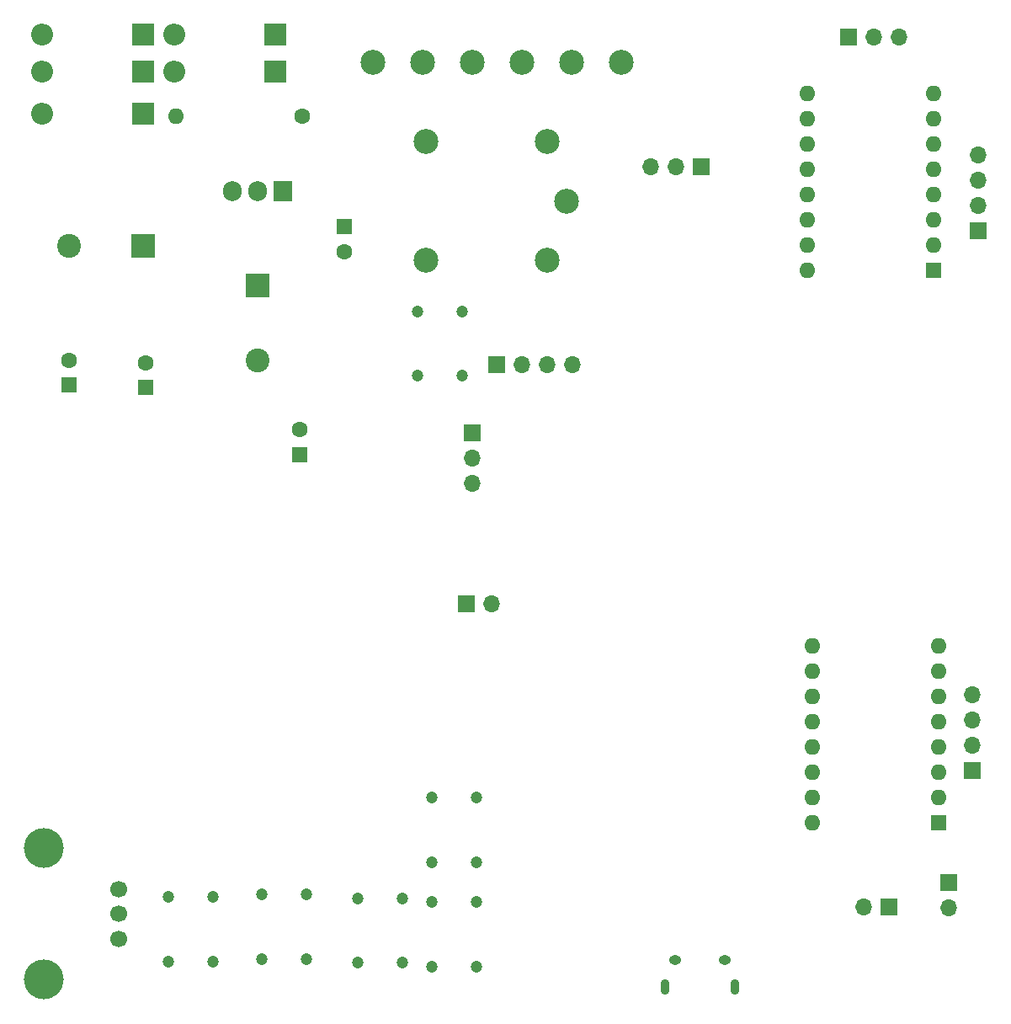
<source format=gbr>
%TF.GenerationSoftware,KiCad,Pcbnew,(5.1.2)-1*%
%TF.CreationDate,2022-02-24T14:14:44-06:00*%
%TF.ProjectId,final project circ 1,66696e61-6c20-4707-926f-6a6563742063,rev?*%
%TF.SameCoordinates,Original*%
%TF.FileFunction,Soldermask,Bot*%
%TF.FilePolarity,Negative*%
%FSLAX46Y46*%
G04 Gerber Fmt 4.6, Leading zero omitted, Abs format (unit mm)*
G04 Created by KiCad (PCBNEW (5.1.2)-1) date 2022-02-24 14:14:44*
%MOMM*%
%LPD*%
G04 APERTURE LIST*
%ADD10O,1.700000X1.700000*%
%ADD11R,1.700000X1.700000*%
%ADD12C,4.000000*%
%ADD13C,1.700000*%
%ADD14C,2.500000*%
%ADD15C,1.600000*%
%ADD16R,1.600000X1.600000*%
%ADD17C,1.200000*%
%ADD18C,2.400000*%
%ADD19R,2.400000X2.400000*%
%ADD20O,1.600000X1.600000*%
%ADD21O,2.200000X2.200000*%
%ADD22R,2.200000X2.200000*%
%ADD23O,1.250000X0.950000*%
%ADD24O,0.890000X1.550000*%
%ADD25R,1.905000X2.000000*%
%ADD26O,1.905000X2.000000*%
G04 APERTURE END LIST*
D10*
%TO.C,J13*%
X140500000Y-99980000D03*
X140500000Y-97440000D03*
D11*
X140500000Y-94900000D03*
%TD*%
D12*
%TO.C,REF\002A\002A*%
X97400000Y-149900000D03*
X97400000Y-136700000D03*
D13*
X104900000Y-140800000D03*
X104900000Y-143300000D03*
X104900000Y-145800000D03*
%TD*%
D10*
%TO.C,J5*%
X183440000Y-55100000D03*
D11*
X178360000Y-55100000D03*
D10*
X180900000Y-55100000D03*
%TD*%
%TO.C,J6*%
X161000000Y-68200000D03*
D11*
X163540000Y-68200000D03*
D10*
X158460000Y-68200000D03*
%TD*%
D14*
%TO.C,J2*%
X155500000Y-57700000D03*
X150500000Y-57700000D03*
X145500000Y-57700000D03*
X140500000Y-57700000D03*
X135500000Y-57700000D03*
X130500000Y-57700000D03*
%TD*%
D15*
%TO.C,C13*%
X127600000Y-76700000D03*
D16*
X127600000Y-74200000D03*
%TD*%
D17*
%TO.C,B4*%
X139500000Y-82700000D03*
X135000000Y-82700000D03*
X139500000Y-89200000D03*
X135000000Y-89200000D03*
%TD*%
D18*
%TO.C,C12*%
X118900000Y-87600000D03*
D19*
X118900000Y-80100000D03*
%TD*%
D14*
%TO.C,U7*%
X150000000Y-71600000D03*
X148000000Y-77600000D03*
X148000000Y-65600000D03*
X135800000Y-65600000D03*
X135800000Y-77600000D03*
%TD*%
D16*
%TO.C,A1*%
X187400000Y-134100000D03*
D20*
X174700000Y-116320000D03*
X187400000Y-131560000D03*
X174700000Y-118860000D03*
X187400000Y-129020000D03*
X174700000Y-121400000D03*
X187400000Y-126480000D03*
X174700000Y-123940000D03*
X187400000Y-123940000D03*
X174700000Y-126480000D03*
X187400000Y-121400000D03*
X174700000Y-129020000D03*
X187400000Y-118860000D03*
X174700000Y-131560000D03*
X187400000Y-116320000D03*
X174700000Y-134100000D03*
%TD*%
%TO.C,A2*%
X174200000Y-78600000D03*
X186900000Y-60820000D03*
X174200000Y-76060000D03*
X186900000Y-63360000D03*
X174200000Y-73520000D03*
X186900000Y-65900000D03*
X174200000Y-70980000D03*
X186900000Y-68440000D03*
X174200000Y-68440000D03*
X186900000Y-70980000D03*
X174200000Y-65900000D03*
X186900000Y-73520000D03*
X174200000Y-63360000D03*
X186900000Y-76060000D03*
X174200000Y-60820000D03*
D16*
X186900000Y-78600000D03*
%TD*%
D15*
%TO.C,C8*%
X99900000Y-87600000D03*
D16*
X99900000Y-90100000D03*
%TD*%
%TO.C,C9*%
X123150000Y-97100000D03*
D15*
X123150000Y-94600000D03*
%TD*%
%TO.C,C10*%
X107650000Y-87850000D03*
D16*
X107650000Y-90350000D03*
%TD*%
D18*
%TO.C,C11*%
X99900000Y-76100000D03*
D19*
X107400000Y-76100000D03*
%TD*%
D21*
%TO.C,D1*%
X97240000Y-58600000D03*
D22*
X107400000Y-58600000D03*
%TD*%
%TO.C,D2*%
X107400000Y-54900000D03*
D21*
X97240000Y-54900000D03*
%TD*%
%TO.C,D3*%
X110540000Y-58600000D03*
D22*
X120700000Y-58600000D03*
%TD*%
%TO.C,D4*%
X120650000Y-54900000D03*
D21*
X110490000Y-54900000D03*
%TD*%
D22*
%TO.C,D5*%
X107400000Y-62850000D03*
D21*
X97240000Y-62850000D03*
%TD*%
D23*
%TO.C,J1*%
X160900000Y-147900000D03*
X165900000Y-147900000D03*
D24*
X159900000Y-150600000D03*
X166900000Y-150600000D03*
%TD*%
D11*
%TO.C,J3*%
X190800000Y-128900000D03*
D10*
X190800000Y-126360000D03*
X190800000Y-123820000D03*
X190800000Y-121280000D03*
%TD*%
%TO.C,J4*%
X191400000Y-66980000D03*
X191400000Y-69520000D03*
X191400000Y-72060000D03*
D11*
X191400000Y-74600000D03*
%TD*%
%TO.C,J7*%
X142900000Y-88100000D03*
D10*
X145440000Y-88100000D03*
X147980000Y-88100000D03*
X150520000Y-88100000D03*
%TD*%
D17*
%TO.C,B1*%
X123810000Y-141330000D03*
X119310000Y-141330000D03*
X123810000Y-147830000D03*
X119310000Y-147830000D03*
%TD*%
%TO.C,B2*%
X136400000Y-138100000D03*
X140900000Y-138100000D03*
X136400000Y-131600000D03*
X140900000Y-131600000D03*
%TD*%
%TO.C,B3*%
X114400000Y-141600000D03*
X109900000Y-141600000D03*
X114400000Y-148100000D03*
X109900000Y-148100000D03*
%TD*%
D11*
%TO.C,PWM1*%
X188400000Y-140100000D03*
D10*
X188400000Y-142640000D03*
%TD*%
%TO.C,PWM2*%
X179860000Y-142600000D03*
D11*
X182400000Y-142600000D03*
%TD*%
D25*
%TO.C,Q6*%
X121400000Y-70600000D03*
D26*
X118860000Y-70600000D03*
X116320000Y-70600000D03*
%TD*%
D15*
%TO.C,R8*%
X123400000Y-63100000D03*
D20*
X110700000Y-63100000D03*
%TD*%
D17*
%TO.C,SW1*%
X133420000Y-141700000D03*
X128920000Y-141700000D03*
X133420000Y-148200000D03*
X128920000Y-148200000D03*
%TD*%
%TO.C,SW2*%
X136400000Y-148600000D03*
X140900000Y-148600000D03*
X136400000Y-142100000D03*
X140900000Y-142100000D03*
%TD*%
D11*
%TO.C,J12*%
X139900000Y-112100000D03*
D10*
X142440000Y-112100000D03*
%TD*%
M02*

</source>
